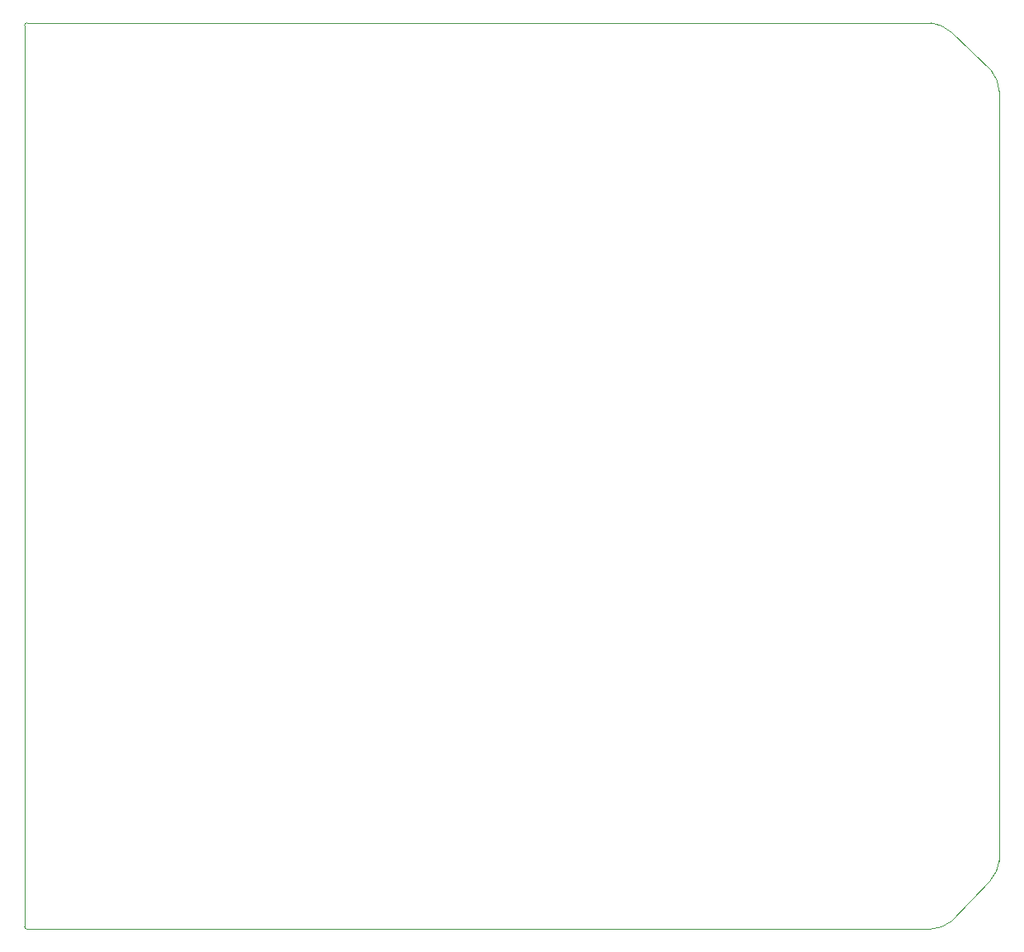
<source format=gm1>
G04 #@! TF.GenerationSoftware,KiCad,Pcbnew,5.1.5-52549c5~84~ubuntu18.04.1*
G04 #@! TF.CreationDate,2020-03-28T20:03:14+01:00*
G04 #@! TF.ProjectId,Speeduino_base,53706565-6475-4696-9e6f-5f626173652e,rev?*
G04 #@! TF.SameCoordinates,Original*
G04 #@! TF.FileFunction,Profile,NP*
%FSLAX46Y46*%
G04 Gerber Fmt 4.6, Leading zero omitted, Abs format (unit mm)*
G04 Created by KiCad (PCBNEW 5.1.5-52549c5~84~ubuntu18.04.1) date 2020-03-28 20:03:14*
%MOMM*%
%LPD*%
G04 APERTURE LIST*
%ADD10C,0.050000*%
G04 APERTURE END LIST*
D10*
X114250000Y-110000000D02*
G75*
G02X114000000Y-109750000I0J250000D01*
G01*
X114000000Y-17250000D02*
G75*
G02X114250000Y-17000000I250000J0D01*
G01*
X214000000Y-103000000D02*
G75*
G02X213100723Y-104994339I-3419404J341942D01*
G01*
X209046095Y-109225673D02*
G75*
G02X206999999Y-109999999I-2176095J2659673D01*
G01*
X213100723Y-104994339D02*
X209046095Y-109225673D01*
X207000000Y-17000000D02*
G75*
G02X208994339Y-17899277I-341942J-3419404D01*
G01*
X213225673Y-21953905D02*
G75*
G02X213999999Y-24000001I-2659673J-2176095D01*
G01*
X208994339Y-17899277D02*
X213225673Y-21953905D01*
X214000000Y-24000000D02*
X214000000Y-103000000D01*
X114000000Y-17250000D02*
X114000000Y-109750000D01*
X114250000Y-17000000D02*
X207000000Y-17000000D01*
X114250000Y-110000000D02*
X207000000Y-110000000D01*
M02*

</source>
